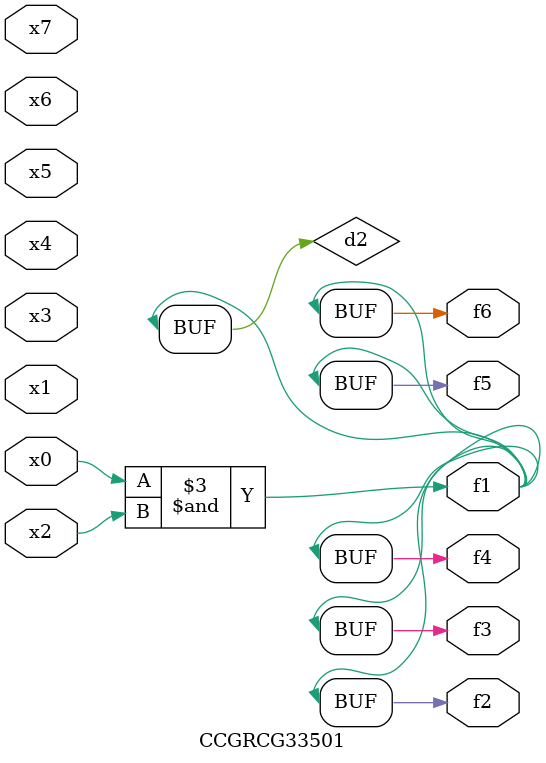
<source format=v>
module CCGRCG33501(
	input x0, x1, x2, x3, x4, x5, x6, x7,
	output f1, f2, f3, f4, f5, f6
);

	wire d1, d2;

	nor (d1, x3, x6);
	and (d2, x0, x2);
	assign f1 = d2;
	assign f2 = d2;
	assign f3 = d2;
	assign f4 = d2;
	assign f5 = d2;
	assign f6 = d2;
endmodule

</source>
